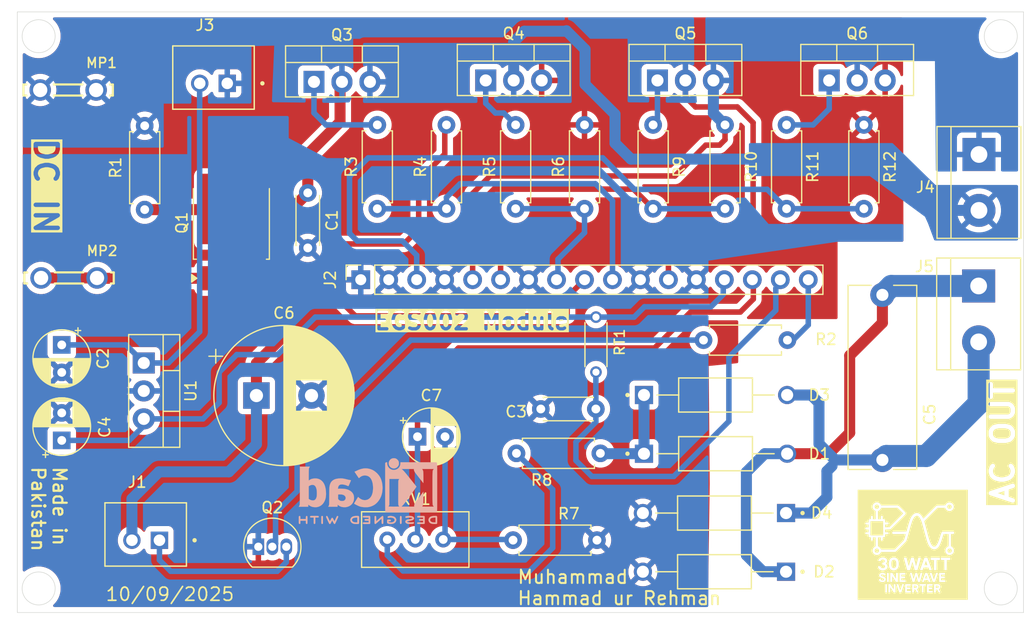
<source format=kicad_pcb>
(kicad_pcb (version 20241229) (generator "pcbnew") (generator_version "9.0")
  (layers (0 "F.Cu" signal) (2 "B.Cu" signal) (13 "F.Paste" user) (15 "B.Paste" user) (5 "F.SilkS" user "F.Silkscreen") (7 "B.SilkS" user "B.Silkscreen") (1 "F.Mask" user) (3 "B.Mask" user) (25 "Edge.Cuts" user))
  (net 0 "")
  (net 1 "+12V")
  (net 2 "GND")
  (net 3 "Net-(U1-VI)")
  (net 4 "Net-(J2-Pin_16)")
  (net 5 "+5V")
  (net 6 "N")
  (net 7 "L")
  (net 8 "VFB")
  (net 9 "Net-(C7-Pad2)")
  (net 10 "Net-(D1-PadC)")
  (net 11 "Net-(Q2-C)")
  (net 12 "1LD")
  (net 13 "TR2")
  (net 14 "3HO")
  (net 15 "1HO")
  (net 16 "2LD")
  (net 17 "Net-(J2-Pin_17)")
  (net 18 "TR1")
  (net 19 "Net-(Q1-D)")
  (net 20 "Net-(Q1-G)")
  (net 21 "Net-(Q2-B)")
  (net 22 "Net-(Q3-G)")
  (net 23 "Net-(Q4-G)")
  (net 24 "Net-(Q5-G)")
  (net 25 "Net-(Q6-G)")
  (net 26 "Net-(R8-Pad2)")
  (footprint "Resistor_THT:R_Axial_DIN0207_L6.3mm_D2.5mm_P7.62mm_Horizontal" (layer "F.Cu") (at 99.824444 81.97 90)
    (property "Reference" "R5" (at 3.81 -2.37 90) (layer "F.SilkS"))
    (property "Value" "10E")
    (pad "1" thru_hole circle (at 0 0 90) (size 1.6 1.6) (drill 0.8) (layers "*.Cu" "*.Mask") (net 16 "2LD"))
    (pad "2" thru_hole oval (at 7.62 0 90) (size 1.6 1.6) (drill 0.8) (layers "*.Cu" "*.Mask") (net 23 "Net-(Q4-G)"))
  )
  (footprint "Capacitor_THT:C_Rect_L16.5mm_W6.0mm_P15.00mm_MKT" (layer "F.Cu") (at 133.13 89.8 -90)
    (property "Reference" "C5" (at 10.87 -4.29 90) (layer "F.SilkS"))
    (property "Value" "2.2uF")
    (pad "1" thru_hole circle (at 0 0 270) (size 2.2 2.2) (drill 1.1) (layers "*.Cu" "*.Mask") (net 7 "L"))
    (pad "2" thru_hole circle (at 15 0 270) (size 2.2 2.2) (drill 1.1) (layers "*.Cu" "*.Mask") (net 6 "N"))
  )
  (footprint "Connector_PinSocket_2.54mm:PinSocket_1x17_P2.54mm_Vertical" (layer "F.Cu") (at 85.76 88.42 90)
    (property "Reference" "J2" (at 0 -2.77 90) (layer "F.SilkS"))
    (property "Value" "EGS002 MODULE")
    (pad "1" thru_hole rect (at 0 0 90) (size 1.7 1.7) (drill 1) (layers "*.Cu" "*.Mask") (net 2 "GND"))
    (pad "2" thru_hole circle (at 0 2.54 90) (size 1.7 1.7) (drill 1) (layers "*.Cu" "*.Mask") (net 2 "GND"))
    (pad "3" thru_hole circle (at 0 5.08 90) (size 1.7 1.7) (drill 1) (layers "*.Cu" "*.Mask") (net 12 "1LD"))
    (pad "4" thru_hole circle (at 0 7.62 90) (size 1.7 1.7) (drill 1) (layers "*.Cu" "*.Mask") (net 2 "GND"))
    (pad "5" thru_hole circle (at 0 10.16 90) (size 1.7 1.7) (drill 1) (layers "*.Cu" "*.Mask") (net 13 "TR2"))
    (pad "6" thru_hole circle (at 0 12.7 90) (size 1.7 1.7) (drill 1) (layers "*.Cu" "*.Mask") (net 15 "1HO"))
    (pad "7" thru_hole circle (at 0 15.24 90) (size 1.7 1.7) (drill 1) (layers "*.Cu" "*.Mask") (net 2 "GND"))
    (pad "8" thru_hole circle (at 0 17.78 90) (size 1.7 1.7) (drill 1) (layers "*.Cu" "*.Mask") (net 16 "2LD"))
    (pad "9" thru_hole circle (at 0 20.32 90) (size 1.7 1.7) (drill 1) (layers "*.Cu" "*.Mask") (net 18 "TR1"))
    (pad "10" thru_hole circle (at 0 22.86 90) (size 1.7 1.7) (drill 1) (layers "*.Cu" "*.Mask") (net 14 "3HO"))
    (pad "11" thru_hole circle (at 0 25.4 90) (size 1.7 1.7) (drill 1) (layers "*.Cu" "*.Mask") (net 2 "GND"))
    (pad "12" thru_hole circle (at 0 27.94 90) (size 1.7 1.7) (drill 1) (layers "*.Cu" "*.Mask") (net 1 "+12V"))
    (pad "13" thru_hole circle (at 0 30.48 90) (size 1.7 1.7) (drill 1) (layers "*.Cu" "*.Mask") (net 2 "GND"))
    (pad "14" thru_hole circle (at 0 33.02 90) (size 1.7 1.7) (drill 1) (layers "*.Cu" "*.Mask") (net 5 "+5V"))
    (pad "15" thru_hole circle (at 0 35.56 90) (size 1.7 1.7) (drill 1) (layers "*.Cu" "*.Mask") (net 8 "VFB"))
    (pad "16" thru_hole circle (at 0 38.1 90) (size 1.7 1.7) (drill 1) (layers "*.Cu" "*.Mask") (net 4 "Net-(J2-Pin_16)"))
    (pad "17" thru_hole circle (at 0 40.64 90) (size 1.7 1.7) (drill 1) (layers "*.Cu" "*.Mask") (net 17 "Net-(J2-Pin_17)"))
  )
  (footprint "TerminalBlock:TerminalBlock_bornier-2_P5.08mm" (layer "F.Cu") (at 141.87 88.99 -90)
    (property "Reference" "J5" (at -1.77 4.92 0) (layer "F.SilkS"))
    (property "Value" "AC/OUT")
    (pad "1" thru_hole rect (at 0 0 270) (size 3 3) (drill 1.52) (layers "*.Cu" "*.Mask") (net 7 "L"))
    (pad "2" thru_hole circle (at 5.08 0 270) (size 3 3) (drill 1.52) (layers "*.Cu" "*.Mask") (net 6 "N"))
  )
  (footprint "Resistor_THT:R_Axial_DIN0207_L6.3mm_D2.5mm_P7.62mm_Horizontal" (layer "F.Cu") (at 112.31 74.35 -90)
    (property "Reference" "R9" (at 3.81 -2.37 90) (layer "F.SilkS"))
    (property "Value" "10E")
    (pad "1" thru_hole circle (at 0 0 270) (size 1.6 1.6) (drill 0.8) (layers "*.Cu" "*.Mask") (net 24 "Net-(Q5-G)"))
    (pad "2" thru_hole oval (at 7.62 0 270) (size 1.6 1.6) (drill 0.8) (layers "*.Cu" "*.Mask") (net 15 "1HO"))
  )
  (footprint "Package_TO_SOT_THT:TO-220-3_Vertical" (layer "F.Cu") (at 112.704 70.31)
    (property "Reference" "Q5" (at 2.54 -4.27 0) (layer "F.SilkS"))
    (property "Value" "IRF3205")
    (pad "1" thru_hole rect (at 0 0) (size 1.905 2) (drill 1.1) (layers "*.Cu" "*.Mask") (net 24 "Net-(Q5-G)"))
    (pad "2" thru_hole oval (at 2.54 0) (size 1.905 2) (drill 1.1) (layers "*.Cu" "*.Mask") (net 1 "+12V"))
    (pad "3" thru_hole oval (at 5.08 0) (size 1.905 2) (drill 1.1) (layers "*.Cu" "*.Mask") (net 13 "TR2"))
  )
  (footprint "Package_TO_SOT_THT:TO-220-3_Vertical" (layer "F.Cu") (at 81.512 70.44)
    (property "Reference" "Q3" (at 2.54 -4.27 0) (layer "F.SilkS"))
    (property "Value" "IRF3205")
    (pad "1" thru_hole rect (at 0 0) (size 1.905 2) (drill 1.1) (layers "*.Cu" "*.Mask") (net 22 "Net-(Q3-G)"))
    (pad "2" thru_hole oval (at 2.54 0) (size 1.905 2) (drill 1.1) (layers "*.Cu" "*.Mask") (net 1 "+12V"))
    (pad "3" thru_hole oval (at 5.08 0) (size 1.905 2) (drill 1.1) (layers "*.Cu" "*.Mask") (net 18 "TR1"))
  )
  (footprint "Package_TO_SOT_THT:TO-220-3_Vertical" (layer "F.Cu") (at 97.108 70.31)
    (property "Reference" "Q4" (at 2.54 -4.27 0) (layer "F.SilkS"))
    (property "Value" "IRF3205")
    (pad "1" thru_hole rect (at 0 0) (size 1.905 2) (drill 1.1) (layers "*.Cu" "*.Mask") (net 23 "Net-(Q4-G)"))
    (pad "2" thru_hole oval (at 2.54 0) (size 1.905 2) (drill 1.1) (layers "*.Cu" "*.Mask") (net 18 "TR1"))
    (pad "3" thru_hole oval (at 5.08 0) (size 1.905 2) (drill 1.1) (layers "*.Cu" "*.Mask") (net 2 "GND"))
  )
  (footprint "Resistor_THT:R_Axial_DIN0207_L6.3mm_D2.5mm_P7.62mm_Horizontal" (layer "F.Cu") (at 124.505 93.91 180)
    (property "Reference" "R2" (at -3.5 0.07 0) (layer "F.SilkS"))
    (property "Value" "1K")
    (pad "1" thru_hole circle (at 0 0 180) (size 1.6 1.6) (drill 0.8) (layers "*.Cu" "*.Mask") (net 17 "Net-(J2-Pin_17)"))
    (pad "2" thru_hole oval (at 7.62 0 180) (size 1.6 1.6) (drill 0.8) (layers "*.Cu" "*.Mask") (net 21 "Net-(Q2-B)"))
  )
  (footprint "LOGO" (layer "F.Cu") (at 135.89 112.51)
    (property "Reference" "G***" (hide yes))
    (property "Value" "LOGO" (hide yes))
  )
  (footprint "Resistor_THT:R_Axial_DIN0207_L6.3mm_D2.5mm_P7.62mm_Horizontal" (layer "F.Cu") (at 93.544444 81.97 90)
    (property "Reference" "R4" (at 3.81 -2.37 90) (layer "F.SilkS"))
    (property "Value" "10K")
    (pad "1" thru_hole circle (at 0 0 90) (size 1.6 1.6) (drill 0.8) (layers "*.Cu" "*.Mask") (net 14 "3HO"))
    (pad "2" thru_hole oval (at 7.62 0 90) (size 1.6 1.6) (drill 0.8) (layers "*.Cu" "*.Mask") (net 18 "TR1"))
  )
  (footprint "Package_TO_SOT_THT:TO-220-3_Vertical" (layer "F.Cu") (at 66.056041 95.99 -90)
    (property "Reference" "U1" (at 2.54 -4.27 90) (layer "F.SilkS"))
    (property "Value" "LM7805_TO220")
    (pad "1" thru_hole rect (at 0 0 270) (size 1.905 2) (drill 1.1) (layers "*.Cu" "*.Mask") (net 3 "Net-(U1-VI)"))
    (pad "2" thru_hole oval (at 2.54 0 270) (size 1.905 2) (drill 1.1) (layers "*.Cu" "*.Mask") (net 2 "GND"))
    (pad "3" thru_hole oval (at 5.08 0 270) (size 1.905 2) (drill 1.1) (layers "*.Cu" "*.Mask") (net 5 "+5V"))
  )
  (footprint "WA-MTAB:WA-MTAB_7471287" (layer "F.Cu") (at 59.27 88.26)
    (property "Reference" "MP2" (at 3 -2.46 0) (layer "F.SilkS") (effects (font (size 0.9 0.9))))
    (property "Value" "-BATT")
    (property "VALUE" "7471287" (hide yes))
    (pad "1" thru_hole circle (at -2.54 0) (size 1.95 1.95) (drill 1.3) (layers "*.Cu" "*.Mask") (net 19 "Net-(Q1-D)"))
    (pad "2" thru_hole circle (at 2.54 0) (size 1.95 1.95) (drill 1.3) (layers "*.Cu" "*.Mask") (net 19 "Net-(Q1-D)"))
  )
  (footprint "B2B-XH-A__LF__SN_:JST_B2B-XH-A__LF__SN_" (layer "F.Cu") (at 72.3875 70.05)
    (property "Reference" "J3" (at -0.775 -4.76 0) (layer "F.SilkS"))
    (property "Value" "Switch")
    (pad "1" thru_hole rect (at 1.25 0.525) (size 1.575 1.575) (drill 1.05) (layers "*.Cu" "*.Mask") (net 1 "+12V"))
    (pad "2" thru_hole circle (at -1.25 0.525) (size 1.575 1.575) (drill 1.05) (layers "*.Cu" "*.Mask") (net 3 "Net-(U1-VI)"))
  )
  (footprint "Resistor_THT:R_Axial_DIN0207_L6.3mm_D2.5mm_P7.62mm_Horizontal" (layer "F.Cu") (at 106.08 81.97 90)
    (property "Reference" "R6" (at 3.81 -2.37 270) (layer "F.SilkS"))
    (property "Value" "10K")
    (pad "1" thru_hole circle (at 0 0 90) (size 1.6 1.6) (drill 0.8) (layers "*.Cu" "*.Mask") (net 16 "2LD"))
    (pad "2" thru_hole oval (at 7.62 0 90) (size 1.6 1.6) (drill 0.8) (layers "*.Cu" "*.Mask") (net 2 "GND"))
  )
  (footprint "Resistor_THT:R_Axial_DIN0207_L6.3mm_D2.5mm_P7.62mm_Horizontal" (layer "F.Cu") (at 107.21 112.09 180)
    (property "Reference" "R7" (at 2.56 2.4 0) (layer "F.SilkS"))
    (property "Value" "100K")
    (pad "1" thru_hole circle (at 0 0 180) (size 1.6 1.6) (drill 0.8) (layers "*.Cu" "*.Mask") (net 2 "GND"))
    (pad "2" thru_hole oval (at 7.62 0 180) (size 1.6 1.6) (drill 0.8) (layers "*.Cu" "*.Mask") (net 9 "Net-(C7-Pad2)"))
  )
  (footprint "Resistor_THT:R_Axial_DIN0207_L6.3mm_D2.5mm_P7.62mm_Horizontal" (layer "F.Cu") (at 66.14 74.43 -90)
    (property "Reference" "R1" (at 3.81 2.64 90) (layer "F.SilkS"))
    (property "Value" "1K")
    (pad "1" thru_hole circle (at 0 0 270) (size 1.6 1.6) (drill 0.8) (layers "*.Cu" "*.Mask") (net 1 "+12V"))
    (pad "2" thru_hole oval (at 7.62 0 270) (size 1.6 1.6) (drill 0.8) (layers "*.Cu" "*.Mask") (net 20 "Net-(Q1-G)"))
  )
  (footprint "FR207G:DIOAD1300W80L670D310" (layer "F.Cu") (at 117.88 114.96 180)
    (property "Reference" "D2" (at -9.95 0 0) (layer "F.SilkS"))
    (property "Value" "FR207G")
    (pad "A" thru_hole circle (at 6.5 0 180) (size 1.65 1.65) (drill 1.1) (layers "*.Cu" "*.Mask") (net 2 "GND"))
    (pad "C" thru_hole rect (at -6.5 0 180) (size 1.65 1.65) (drill 1.1) (layers "*.Cu" "*.Mask") (net 7 "L"))
  )
  (footprint "TerminalBlock:TerminalBlock_bornier-2_P5.08mm" (layer "F.Cu") (at 141.9 77.04 -90)
    (property "Reference" "J4" (at 2.97 4.87 0) (layer "F.SilkS"))
    (property "Value" "TR/IN")
    (pad "1" thru_hole rect (at 0 0 270) (size 3 3) (drill 1.52) (layers "*.Cu" "*.Mask") (net 13 "TR2"))
    (pad "2" thru_hole circle (at 5.08 0 270) (size 3 3) (drill 1.52) (layers "*.Cu" "*.Mask") (net 18 "TR1"))
  )
  (footprint "FR207G:DIOAD1300W80L670D310" (layer "F.Cu") (at 117.88 109.626667 180)
    (property "Reference" "D4" (at -9.73 0 0) (layer "F.SilkS"))
    (property "Value" "FR207G")
    (pad "A" thru_hole circle (at 6.5 0 180) (size 1.65 1.65) (drill 1.1) (layers "*.Cu" "*.Mask") (net 2 "GND"))
    (pad "C" thru_hole rect (at -6.5 0 180) (size 1.65 1.65) (drill 1.1) (layers "*.Cu" "*.Mask") (net 6 "N"))
  )
  (footprint "B2B-XH-A__LF__SN_:JST_B2B-XH-A__LF__SN_" (layer "F.Cu") (at 66.23 111.575)
    (property "Reference" "J1" (at -0.775 -4.76 0) (layer "F.SilkS"))
    (property "Value" "Fan")
    (pad "1" thru_hole rect (at 1.25 0.525) (size 1.575 1.575) (drill 1.05) (layers "*.Cu" "*.Mask") (net 11 "Net-(Q2-C)"))
    (pad "2" thru_hole circle (at -1.25 0.525) (size 1.575 1.575) (drill 1.05) (layers "*.Cu" "*.Mask") (net 1 "+12V"))
  )
  (footprint "Capacitor_THT:CP_Radial_D5.0mm_P2.50mm" (layer "F.Cu") (at 90.914888 102.69)
    (property "Reference" "C7" (at 1.25 -3.75 0) (layer "F.SilkS"))
    (property "Value" "10u")
    (pad "1" thru_hole rect (at 0 0) (size 1.6 1.6) (drill 0.8) (layers "*.Cu" "*.Mask") (net 8 "VFB"))
    (pad "2" thru_hole circle (at 2.5 0) (size 1.6 1.6) (drill 0.8) (layers "*.Cu" "*.Mask") (net 9 "Net-(C7-Pad2)"))
  )
  (footprint "Resistor_THT:R_Axial_DIN0207_L6.3mm_D2.5mm_P7.62mm_Horizontal" (layer "F.Cu") (at 107.52 104.2 180)
    (property "Reference" "R8" (at 5.33 -2.43 180) (layer "F.SilkS"))
    (property "Value" "100K")
    (pad "1" thru_hole circle (at 0 0 180) (size 1.6 1.6) (drill 0.8) (layers "*.Cu" "*.Mask") (net 10 "Net-(D1-PadC)"))
    (pad "2" thru_hole oval (at 7.62 0 180) (size 1.6 1.6) (drill 0.8) (layers "*.Cu" "*.Mask") (net 26 "Net-(R8-Pad2)"))
  )
  (footprint "WA-MTAB:WA-MTAB_7471287" (layer "F.Cu") (at 59.19 71.18)
    (property "Reference" "MP1" (at 3.03 -2.46 0) (layer "F.SilkS") (effects (font (size 0.9 0.9))))
    (property "Value" "+BATT")
    (property "VALUE" "7471287" (hide yes))
    (pad "1" thru_hole circle (at -2.54 0) (size 1.95 1.95) (drill 1.3) (layers "*.Cu" "*.Mask") (net 1 "+12V"))
    (pad "2" thru_hole circle (at 2.54 0) (size 1.95 1.95) (drill 1.3) (layers "*.Cu" "*.Mask") (net 1 "+12V"))
  )
  (footprint "Resistor_THT:R_Axial_DIN0207_L6.3mm_D2.5mm_P7.62mm_Horizontal" (layer "F.Cu") (at 118.84 74.35 -90)
    (property "Reference" "R10" (at 3.81 -2.37 90) (layer "F.SilkS"))
    (property "Value" "10K")
    (pad "1" thru_hole circle (at 0 0 270) (size 1.6 1.6) (drill 0.8) (layers "*.Cu" "*.Mask") (net 13 "TR2"))
    (pad "2" thru_hole oval (at 7.62 0 270) (size 1.6 1.6) (drill 0.8) (layers "*.Cu" "*.Mask") (net 15 "1HO"))
  )
  (footprint "Capacitor_THT:CP_Radial_D5.0mm_P2.50mm" (layer "F.Cu") (at 58.606041 103.025113 90)
    (property "Reference" "C4" (at 1.205113 3.9 90) (layer "F.SilkS"))
    (property "Value" "1uF")
    (pad "1" thru_hole rect (at 0 0 90) (size 1.6 1.6) (drill 0.8) (layers "*.Cu" "*.Mask") (net 5 "+5V"))
    (pad "2" thru_hole circle (at 2.5 0 90) (size 1.6 1.6) (drill 0.8) (layers "*.Cu" "*.Mask") (net 2 "GND"))
  )
  (footprint "Capacitor_THT:CP_Radial_D12.5mm_P5.00mm" (layer "F.Cu") (at 76.286041 98.95)
    (property "Reference" "C6" (at 2.5 -7.5 0) (layer "F.SilkS"))
    (property "Value" "2200uF")
    (pad "1" thru_hole rect (at 0 0) (size 2.4 2.4) (drill 1.2) (layers "*.Cu" "*.Mask") (net 1 "+12V"))
    (pad "2" thru_hole circle (at 5 0) (size 2.4 2.4) (drill 1.2) (layers "*.Cu" "*.Mask") (net 2 "GND"))
  )
  (footprint "FR207G:DIOAD1300W80L670D310" (layer "F.Cu") (at 117.98 104.233333)
    (property "Reference" "D1" (at 9.43 0.01 0) (layer "F.SilkS"))
    (property "Value" "FR207G")
    (pad "A" thru_hole circle (at 6.5 0) (size 1.65 1.65) (drill 1.1) (layers "*.Cu" "*.Mask") (net 7 "L"))
    (pad "C" thru_hole rect (at -6.5 0) (size 1.65 1.65) (drill 1.1) (layers "*.Cu" "*.Mask") (net 10 "Net-(D1-PadC)"))
  )
  (footprint "Package_TO_SOT_SMD:TO-252-2" (layer "F.Cu") (at 74.0125 83.25 90)
    (property "Reference" "Q1" (at 0 -4.5 90) (layer "F.SilkS"))
    (property "Value" "NMOS")
    (pad "1" smd roundrect (at -5.04 -2.28 90) (size 2.2 1.2) (layers "F.Cu" "F.Mask" "F.Paste") (roundrect_rratio 0.208333) (net 19 "Net-(Q1-D)"))
    (pad "2" smd roundrect (at 1.26 0 90) (size 6.4 5.8) (layers "F.Cu" "F.Mask") (roundrect_rratio 0.043103) (net 20 "Net-(Q1-G)"))
    (pad "3" smd roundrect (at -5.04 2.28 90) (size 2.2 1.2) (layers "F.Cu" "F.Mask" "F.Paste") (roundrect_rratio 0.208333) (net 2 "GND"))
  )
  (footprint "Capacitor_THT:CP_Radial_D5.0mm_P2.50mm" (layer "F.Cu") (at 58.606041 94.344888 -90)
    (property "Reference" "C2" (at 1.25 -3.75 90) (layer "F.SilkS"))
    (property "Value" "1uF")
    (pad "1" thru_hole rect (at 0 0 270) (size 1.6 1.6) (drill 0.8) (layers "*.Cu" "*.Mask") (net 3 "Net-(U1-VI)"))
    (pad "2" thru_hole circle (at 2.5 0 270) (size 1.6 1.6) (drill 0.8) (layers "*.Cu" "*.Mask") (net 2 "GND"))
  )
  (footprint "Capacitor_THT:C_Disc_D4.3mm_W1.9mm_P5.00mm" (layer "F.Cu") (at 80.95 80.53 -90)
    (property "Reference" "C1" (at 2.5 -2.2 90) (layer "F.SilkS"))
    (property "Value" "0.1uF")
    (pad "1" thru_hole circle (at 0 0 270) (size 1.6 1.6) (drill 0.8) (layers "*.Cu" "*.Mask") (net 1 "+12V"))
    (pad "2" thru_hole circle (at 5 0 270) (size 1.6 1.6) (drill 0.8) (layers "*.Cu" "*.Mask") (net 2 "GND"))
  )
  (footprint "Capacitor_THT:C_Disc_D4.3mm_W1.9mm_P5.00mm" (layer "F.Cu") (at 107.11 100.17 180)
    (property "Reference" "C3" (at 7.24 -0.25 0) (layer "F.SilkS"))
    (property "Value" "0.1u")
    (pad "1" thru_hole circle (at 0 0 180) (size 1.6 1.6) (drill 0.8) (layers "*.Cu" "*.Mask") (net 4 "Net-(J2-Pin_16)"))
    (pad "2" thru_hole circle (at 5 0 180) (size 1.6 1.6) (drill 0.8) (layers "*.Cu" "*.Mask") (net 2 "GND"))
  )
  (footprint "FR207G:DIOAD1300W80L670D310" (layer "F.Cu") (at 117.98 98.9)
    (property "Reference" "D3" (at 9.42 0 0) (layer "F.SilkS"))
    (property "Value" "FR207G")
    (pad "A" thru_hole circle (at 6.5 0) (size 1.65 1.65) (drill 1.1) (layers "*.Cu" "*.Mask") (net 6 "N"))
    (pad "C" thru_hole rect (at -6.5 0) (size 1.65 1.65) (drill 1.1) (layers "*.Cu" "*.Mask") (net 10 "Net-(D1-PadC)"))
  )
  (footprint "Potentiometer_THT:Potentiometer_Bourns_3296W_Vertical" (layer "F.Cu") (at 93.25 112.03)
    (property "Reference" "RV1" (at -2.54 -3.66 0) (layer "F.SilkS"))
    (property "Value" "10K")
    (pad "1" thru_hole circle (at 0 0) (size 1.44 1.44) (drill 0.8) (layers "*.Cu" "*.Mask") (net 9 "Net-(C7-Pad2)"))
    (pad "2" thru_hole circle (at -2.54 0) (size 1.44 1.44) (drill 0.8) (layers "*.Cu" "*.Mask") (net 8 "VFB"))
    (pad "3" thru_hole circle (at -5.08 0) (size 1.44 1.44) (drill 0.8) (layers "*.Cu" "*.Mask") (net 26 "Net-(R8-Pad2)"))
  )
  (footprint "Resistor_THT:R_Axial_DIN0207_L6.3mm_D2.5mm_P7.62mm_Horizontal" (layer "F.Cu") (at 87.264444 81.97 90)
    (property "Reference" "R3" (at 3.81 -2.37 90) (layer "F.SilkS"))
    (property "Value" "10E")
    (pad "1" thru_hole circle (at 0 0 90) (size 1.6 1.6) (drill 0.8) (layers "*.Cu" "*.Mask") (net 14 "3HO"))
    (pad "2" thru_hole oval (at 7.62 0 90) (size 1.6 1.6) (drill 0.8) (layers "*.Cu" "*.Mask") (net 22 "Net-(Q3-G)"))
  )
  (footprint "Resistor_THT:R_Axial_DIN0207_L6.3mm_D2.5mm_P7.62mm_Horizontal" (layer "F.Cu") (at 124.43 74.35 -90)
    (property "Reference" "R11" (at 3.81 -2.37 90) (layer "F.SilkS"))
    (property "Value" "10E")
    (pad "1" thru_hole circle (at 0 0 270) (size 1.6 1.6) (drill 0.8) (layers "*.Cu" "*.Mask") (net 25 "Net-(Q6-G)"))
    (pad "2" thru_hole oval (at 7.62 0 270) (size 1.6 1.6) (drill 0.8) (layers "*.Cu" "*.Mask") (net 12 "1LD"))
  )
  (footprint "Resistor_THT:R_Axial_DIN0207_L6.3mm_D2.5mm_P7.62mm_Horizontal" (layer "F.Cu") (at 131.45 74.35 -90)
    (property "Reference" "R12" (at 3.81 -2.37 90) (layer "F.SilkS"))
    (property "Value" "10K")
    (pad "1" thru_hole circle (at 0 0 270) (size 1.6 1.6) (drill 0.8) (layers "*.Cu" "*.Mask") (net 2 "GND"))
    (pad "2" thru_hole oval (at 7.62 0 270) (size 1.6 1.6) (drill 0.8) (layers "*.Cu" "*.Mask") (net 12 "1LD"))
  )
  (footprint "Package_TO_SOT_THT:TO-92_Inline" (layer "F.Cu") (at 76.46 112.69)
    (property "Reference" "Q2" (at 1.27 -3.56 0) (layer "F.SilkS"))
    (property "Value" "S8050")
    (pad "1" thru_hole rect (at 0 0) (size 1.05 1.5) (drill 0.75) (layers "*.Cu" "*.Mask") (net 2 "GND"))
    (pad "2" thru_hole oval (at 1.27 0) (size 1.05 1.5) (drill 0.75) (layers "*.Cu" "*.Mask") (net 21 "Net-(Q2-B)"))
    (pad "3" thru_hole oval (at 2.54 0) (size 1.05 1.5) (drill 0.75) (layers "*.Cu" "*.Mask") (net 11 "Net-(Q2-C)"))
  )
  (footprint "Package_TO_SOT_THT:TO-220-3_Vertical" (layer "F.Cu") (at 128.3 70.31)
    (property "Reference" "Q6" (at 2.54 -4.27 0) (layer "F.SilkS"))
    (property "Value" "IRF3205")
    (pad "1" thru_hole rect (at 0 0) (size 1.905 2) (drill 1.1) (layers "*.Cu" "*.Mask") (net 25 "Net-(Q6-G)"))
    (pad "2" thru_hole oval (at 2.54 0) (size 1.905 2) (drill 1.1) (layers "*.Cu" "*.Mask") (net 13 "TR2"))
    (pad "3" thru_hole oval (at 5.08 0) (size 1.905 2) (drill 1.1) (layers "*.Cu" "*.Mask") (net 2 "GND"))
  )
  (footprint "NXRT15WB333JA3A016:THERM_NXRT15WB333JA3A016" (layer "F.Cu") (at 107.12 94.32 -90)
    (property "Reference" "RT1" (at -0.218 -2.15 90) (layer "F.SilkS") (effects (font (size 0.9 0.9))))
    (property "Value" "10K")
    (pad "1" thru_hole circle (at -2.5 0 270) (size 1.05 1.05) (drill 0.65) (layers "*.Cu" "*.Mask") (net 5 "+5V"))
    (pad "2" thru_hole circle (at 2.5 0 270) (size 1.05 1.05) (drill 0.65) (layers "*.Cu" "*.Mask") (net 4 "Net-(J2-Pin_16)"))
  )
  (footprint "Symbol:KiCad-Logo2_5mm_SilkScreen" (layer "B.Cu") (at 86.42 107.62 180)
    (property "Reference" "REF**" (hide yes))
    (property "Value" "KiCad-Logo2_5mm_SilkScreen" (hide yes))
  )
  (gr_circle (center 143.88 66.29) (end 145.38 66.29) (stroke (width 0.05)) (fill no) (layer "Edge.Cuts"))
  (gr_circle (center 143.88 116.48) (end 145.38 116.48) (stroke (width 0.05)) (fill no) (layer "Edge.Cuts"))
  (gr_circle (center 56.51 116.48) (end 58.01 116.48) (stroke (width 0.05)) (fill no) (layer "Edge.Cuts"))
  (gr_rect (start 54.57 64.08) (end 145.95 118.67) (stroke (width 0.05)) (fill no) (layer "Edge.Cuts"))
  (gr_circle (center 56.51 66.29) (end 58.01 66.29) (stroke (width 0.05)) (fill no) (layer "Edge.Cuts"))
  (gr_text "AC OUT" (at 145.24 108.94 90) (layer "F.SilkS" knockout) (effects (font (size 2 2) (thickness 0.4) (bold yes)) (justify left bottom)))
  (gr_text "Made in\nPakistan" (at 55.77 105.3 270) (layer "F.SilkS") (effects (font (size 1.2 1.2) (thickness 0.2) (bold yes)) (justify left bottom)))
  (gr_text "Muhammad\nHammad ur Rehman" (at 99.9 118.07 0) (layer "F.SilkS") (effects (font (size 1.2 1.2) (thickness 0.18)) (justify left bottom)))
  (gr_text "DC IN" (at 55.98 75.35 270) (layer "F.SilkS" knockout) (effects (font (size 2 2) (thickness 0.4) (bold yes)) (justify left bottom)))
  (gr_text "10/09/2025" (at 62.51 117.71 0) (layer "F.SilkS") (effects (font (size 1.2 1.2)) (justify left bottom)))
  (gr_text "EGS002 Module" (at 86.86 93.08 0) (layer "F.SilkS" knockout) (effects (font (size 1.5 1.5) (thickness 0.3) (bold yes)) (justify left bottom)))
  (segment (start 115.244 70.31) (end 115.244 71.804) (width 0.5) (layer "F.Cu") (net 1))
  (segment (start 76.286041 96.013959) (end 76.286041 98.95) (width 1) (layer "F.Cu") (net 1))
  (segment (start 78.77 82.71) (end 78.77 93.53) (width 1) (layer "F.Cu") (net 1))
  (segment (start 83.88 74.09) (end 80.95 77.02) (width 1) (layer "F.Cu") (net 1))
  (segment (start 121.39 74.15) (end 121.39 84.02) (width 0.5) (layer "F.Cu") (net 1))
  (segment (start 115.34 85.22) (end 113.7 86.86) (width 0.5) (layer "F.Cu") (net 1))
  (segment (start 84.052 70.44) (end 83.88 70.612) (width 1) (layer "F.Cu") (net 1))
  (segment (start 120.19 85.22) (end 115.34 85.22) (width 0.5) (layer "F.Cu") (net 1))
  (segment (start 80.95 77.02) (end 80.95 80.53) (width 1) (layer "F.Cu") (net 1))
  (segment (start 116.16 72.72) (end 119.96 72.72) (width 0.5) (layer "F.Cu") (net 1))
  (segment (start 83.88 70.612) (end 83.88 74.09) (width 1) (layer "F.Cu") (net 1))
  (segment (start 113.7 86.86) (end 113.7 88.42) (width 0.5) (layer "F.Cu") (net 1))
  (segment (start 78.77 93.53) (end 76.286041 96.013959) (width 1) (layer "F.Cu") (net 1))
  (segment (start 80.95 80.53) (end 78.77 82.71) (width 1) (layer "F.Cu") (net 1))
  (segment (start 121.39 84.02) (end 120.19 85.22) (width 0.5) (layer "F.Cu") (net 1))
  (segment (start 119.96 72.72) (end 121.39 74.15) (width 0.5) (layer "F.Cu") (net 1))
  (segment (start 115.244 71.804) (end 116.16 72.72) (width 0.5) (layer "F.Cu") (net 1))
  (segment (start 67.44 105.88) (end 64.98 108.34) (width 1) (layer "B.Cu") (net 1))
  (segment (start 76.286041 98.95) (end 76.286041 103.373959) (width 1) (layer "B.Cu") (net 1))
  (segment (start 73.78 105.88) (end 67.44 105.88) (width 1) (layer "B.Cu") (net 1))
  (segment (start 64.98 108.34) (end 64.98 112.1) (width 1) (layer "B.Cu") (net 1))
  (segment (start 76.286041 103.373959) (end 73.78 105.88) (width 1) (layer "B.Cu") (net 1))
  (segment (start 64.44 94.34) (end 64.435112 94.344888) (width 0.5) (layer "B.Cu") (net 3))
  (segment (start 66.056041 95.956041) (end 64.44 94.34) (width 0.5) (layer "B.Cu") (net 3))
  (segment (start 66.056041 95.99) (end 66.056041 95.956041) (width 0.5) (layer "B.Cu") (net 3))
  (segment (start 66.056041 95.99) (end 68.29 95.99) (width 0.5) (layer "B.Cu") (net 3))
  (segment (start 71.13 70.5825) (end 71.1375 70.575) (width 0.5) (layer "B.Cu") (net 3))
  (segment (start 64.435112 94.344888) (end 58.606041 94.344888) (width 0.5) (layer "B.Cu") (net 3))
  (segment (start 68.29 95.99) (end 71.13 93.15) (width 0.5) (layer "B.Cu") (net 3))
  (segment (start 71.13 93.15) (end 71.13 70.5825) (width 0.5) (layer "B.Cu") (net 3))
  (segment (start 119.19 95.46) (end 123.45 91.2) (width 0.5) (layer "B.Cu") (net 4))
  (segment (start 105.3 104.85) (end 106.75 106.3) (width 0.5) (layer "B.Cu") (net 4))
  (segment (start 106.75 106.3) (end 114.18 106.3) (width 0.5) (layer "B.Cu") (net 4))
  (segment (start 105.3 103.17) (end 105.3 104.85) (width 0.5) (layer "B.Cu") (net 4))
  (segment (start 107.11 100.17) (end 107.11 101.36) (width 0.5) (layer "B.Cu") (net 4))
  (segment (start 107.11 101.36) (end 105.3 103.17) (width 0.5) (layer "B.Cu") (net 4))
  (segment (start 107.11 96.83) (end 107.12 96.82) (width 0.5) (layer "B.Cu") (net 4))
  (segment (start 123.45 91.2) (end 123.45 89.2) (width 0.5) (layer "B.Cu") (net 4))
  (segment (start 114.18 106.3) (end 119.19 101.29) (width 0.5) (layer "B.Cu") (net 4))
  (segment (start 107.11 100.17) (end 107.11 96.83) (width 0.5) (layer "B.Cu") (net 4))
  (segment (start 119.19 101.29) (end 119.19 95.46) (width 0.5) (layer "B.Cu") (net 4))
  (segment (start 107.12 91.82) (end 110.58 91.82) (width 0.5) (layer "B.Cu") (net 5))
  (segment (start 110.58 91.82) (end 111.52 90.88) (width 0.5) (layer "B.Cu") (net 5))
  (segment (start 64.73 103.03) (end 64.725113 103.025113) (width 0.5) (layer "B.Cu") (net 5))
  (segment (start 66.056041 101.703959) (end 64.73 103.03) (width 0.5) (layer "B.Cu") (net 5))
  (segment (start 78.22 95.23) (end 81.63 91.82) (width 0.5) (layer "B.Cu") (net 5))
  (segment (start 118.68 89.76) (end 118.68 88.52) (width 0.5) (layer "B.Cu") (net 5))
  (segment (start 66.056041 101.07) (end 71.43 101.07) (width 0.5) (layer "B.Cu") (net 5))
  (segment (start 111.52 90.88) (end 117.56 90.88) (width 0.5) (layer "B.Cu") (net 5))
  (segment (start 117.56 90.88) (end 118.68 89.76) (width 0.5) (layer "B.Cu") (net 5))
  (segment (start 72.9 99.6) (end 72.9 96.83) (width 0.5) (layer "B.Cu") (net 5))
  (segment (start 72.9 96.83) (end 74.5 95.23) (width 0.5) (layer "B.Cu") (net 5))
  (segment (start 66.056041 101.07) (end 66.056041 101.703959) (width 0.5) (layer "B.Cu") (net 5))
  (segment (start 64.725113 103.025113) (end 58.606041 103.025113) (width 0.5) (layer "B.Cu") (net 5))
  (segment (start 71.43 101.07) (end 72.9 99.6) (width 0.5) (layer "B.Cu") (net 5))
  (segment (start 81.63 91.82) (end 107.12 91.82) (width 0.5) (layer "B.Cu") (net 5))
  (segment (start 74.5 95.23) (end 78.22 95.23) (width 0.5) (layer "B.Cu") (net 5))
  (segment (start 118.68 88.52) (end 118.78 88.42) (width 0.5) (layer "B.Cu") (net 5))
  (segment (start 128.84 104.8) (end 133.13 104.8) (width 1) (layer "B.Cu") (net 6))
  (segment (start 141.87 99.68) (end 137.11 104.44) (width 2) (layer "B.Cu") (net 6))
  (segment (start 127.37 99.61) (end 127.37 103.33) (width 1) (layer "B.Cu") (net 6))
  (segment (start 124.38 109.626667) (end 126.653333 109.626667) (width 1) (layer "B.Cu") (net 6))
  (segment (start 128.09 105.82) (end 128.56 105.35) (width 1) (layer "B.Cu") (net 6))
  (segment (start 124.48 98.9) (end 126.66 98.9) (width 1) (layer "B.Cu") (net 6))
  (segment (start 141.87 94.07) (end 141.87 99.68) (width 2) (layer "B.Cu") (net 6))
  (segment (start 128.09 108.19) (end 128.09 105.82) (width 1) (layer "B.Cu") (net 6))
  (segment (start 127.37 103.33) (end 128.84 104.8) (width 1) (layer "B.Cu") (net 6))
  (segment (start 133.49 104.44) (end 133.13 104.8) (width 2) (layer "B.Cu") (net 6))
  (segment (start 126.653333 109.626667) (end 128.09 108.19) (width 1) (layer "B.Cu") (net 6))
  (segment (start 137.11 104.44) (end 133.49 104.44) (width 2) (layer "B.Cu") (net 6))
  (segment (start 126.66 98.9) (end 127.37 99.61) (width 1) (layer "B.Cu") (net 6))
  (segment (start 133.13 92.34) (end 133.13 89.8) (width 1) (layer "F.Cu") (net 7))
  (segment (start 124.48 104.233333) (end 128.266667 104.233333) (width 1) (layer "F.Cu") (net 7))
  (segment (start 128.266667 104.233333) (end 130.16 102.34) (width 1) (layer "F.Cu") (net 7))
  (segment (start 130.16 102.34) (end 130.16 95.31) (width 1) (layer "F.Cu") (net 7))
  (segment (start 130.16 95.31) (end 133.13 92.34) (width 1) (layer "F.Cu") (net 7))
  (segment (start 122.450917 104.233333) (end 120.78 105.90425) (width 1) (layer "B.Cu") (net 7))
  (segment (start 133.94 88.99) (end 133.13 89.8) (width 2) (layer "B.Cu") (net 7))
  (segment (start 120.78 113.45) (end 122.29 114.96) (width 1) (layer "B.Cu") (net 7))
  (segment (start 141.87 88.99) (end 133.94 88.99) (width 2) (layer "B.Cu") (net 7))
  (segment (start 122.29 114.96) (end 124.38 114.96) (width 1) (layer "B.Cu") (net 7))
  (segment (start 124.48 104.233333) (end 122.450917 104.233333) (width 1) (layer "B.Cu") (net 7))
  (segment (start 120.78 105.90425) (end 120.78 113.45) (width 1) (layer "B.Cu") (net 7))
  (segment (start 120.23 91.36) (end 121.41 90.18) (width 0.5) (layer "F.Cu") (net 8))
  (segment (start 90.914888 102.69) (end 90.914888 98.345112) (width 0.5) (layer "F.Cu") (net 8))
  (segment (start 121.41 88.51) (end 121.32 88.42) (width 0.5) (layer "F.Cu") (net 8))
  (segment (start 90.914888 98.345112) (end 94.63 94.63) (width 0.5) (layer "F.Cu") (net 8))
  (segment (start 94.63 94.63) (end 112.44 94.63) (width 0.5) (layer "F.Cu") (net 8))
  (segment (start 121.41 90.18) (end 121.41 88.51) (width 0.5) (layer "F.Cu") (net 8))
  (segment (start 112.44 94.63) (end 115.71 91.36) (width 0.5) (layer "F.Cu") (net 8))
  (segment (start 115.71 91.36) (end 120.23 91.36) (width 0.5) (layer "F.Cu") (net 8))
  (segment (start 90.914888 102.69) (end 90.914888 111.825112) (width 0.5) (layer "B.Cu") (net 8))
  (segment (start 90.914888 111.825112) (end 90.71 112.03) (width 0.5) (layer "B.Cu") (net 8))
  (segment (start 93.414888 111.865112) (end 93.25 112.03) (width 0.5) (layer "B.Cu") (net 9))
  (segment (start 93.414888 102.69) (end 93.414888 111.865112) (width 0.5) (layer "B.Cu") (net 9))
  (segment (start 99.53 112.03) (end 93.25 112.03) (width 0.5) (layer "B.Cu") (net 9))
  (segment (start 99.59 112.09) (end 99.53 112.03) (width 0.5) (layer "B.Cu") (net 9))
  (segment (start 107.553333 104.233333) (end 107.52 104.2) (width 1) (layer "B.Cu") (net 10))
  (segment (start 111.48 104.233333) (end 107.553333 104.233333) (width 1) (layer "B.Cu") (net 10))
  (segment (start 111.48 98.9) (end 111.48 104.233333) (width 1) (layer "B.Cu") (net 10))
  (segment (start 78.17 114.92) (end 79 114.09) (width 0.5) (layer "B.Cu") (net 11))
  (segment (start 79 114.09) (end 79 112.69) (width 0.5) (layer "B.Cu") (net 11))
  (segment (start 67.48 113.9) (end 68.5 114.92) (width 0.5) (layer "B.Cu") (net 11))
  (segment (start 68.5 114.92) (end 78.17 114.92) (width 0.5) (layer "B.Cu") (net 11))
  (segment (start 67.48 112.1) (end 67.48 113.9) (width 0.5) (layer "B.Cu") (net 11))
  (segment (start 131.45 81.97) (end 124.43 81.97) (width 0.5) (layer "B.Cu") (net 12))
  (segment (start 85.44 84.9) (end 84.74 84.2) (width 0.5) (layer "B.Cu") (net 12))
  (segment (start 84.74 84.2) (end 84.74 79.04) (width 0.5) (layer "B.Cu") (net 12))
  (segment (start 110.6 80.21) (end 122.67 80.21) (width 0.5) (layer "B.Cu") (net 12))
  (segment (start 107.74 77.35) (end 110.6 80.21) (width 0.5) (layer "B.Cu") (net 12))
  (segment (start 122.67 80.21) (end 124.43 81.97) (width 0.5) (layer "B.Cu") (net 12))
  (segment (start 89.54 84.9) (end 85.44 84.9) (width 0.5) (layer "B.Cu") (net 12))
  (segment (start 90.84 88.42) (end 90.84 86.2) (width 0.5) (layer "B.Cu") (net 12))
  (segment (start 84.74 79.04) (end 86.43 77.35) (width 0.5) (layer "B.Cu") (net 12))
  (segment (start 86.43 77.35) (end 107.74 77.35) (width 0.5) (layer "B.Cu") (net 12))
  (segment (start 90.84 86.2) (end 89.54 84.9) (width 0.5) (layer "B.Cu") (net 12))
  (segment (start 118.34 76.19) (end 118.84 75.69) (width 0.5) (layer "F.Cu") (net 13))
  (segment (start 117.09 76.19) (end 118.34 76.19) (width 0.5) (layer "F.Cu") (net 13))
  (segment (start 114.29 78.99) (end 117.09 76.19) (width 0.5) (layer "F.Cu") (net 13))
  (segment (start 118.84 75.69) (end 118.84 74.35) (width 0.5) (layer "F.Cu") (net 13))
  (segment (start 97.51 78.99) (end 114.29 78.99) (width 0.5) (layer "F.Cu") (net 13))
  (segment (start 95.92 80.58) (end 97.51 78.99) (width 0.5) (layer "F.Cu") (net 13))
  (segment (start 95.92 88.42) (end 95.92 80.58) (width 0.5) (layer "F.Cu") (net 13))
  (segment (start 117.784 70.31) (end 117.784 73.294) (width 1) (layer "B.Cu") (net 13))
  (segment (start 117.784 73.294) (end 118.84 74.35) (width 1) (layer "B.Cu") (net 13))
  (segment (start 108.62 81.25) (end 108.62 88.42) (width 0.5) (layer "B.Cu") (net 14))
  (segment (start 107.07 79.7) (end 108.62 81.25) (width 0.5) (layer "B.Cu") (net 14))
  (segment (start 93.544444 81.97) (end 93.544444 80.935556) (width 0.5) (layer "B.Cu") (net 14))
  (segment (start 93.544444 81.97) (end 87.264444 81.97) (width 0.5) (layer "B.Cu") (net 14))
  (segment (start 94.78 79.7) (end 107.07 79.7) (width 0.5) (layer "B.Cu") (net 14))
  (segment (start 93.544444 80.935556) (end 94.78 79.7) (width 0.5) (layer "B.Cu") (net 14))
  (segment (start 110.53 80.19) (end 97.85 80.19) (width 0.5) (layer "F.Cu") (net 15))
  (segment (start 97.01 83.85) (end 98.44 85.28) (width 0.5) (layer "F.Cu") (net 15))
  (segment (start 97.01 81.03) (end 97.01 83.85) (width 0.5) (layer "F.Cu") (net 15))
  (segment (start 98.44 86.36) (end 98.46 86.38) (width 0.5) (layer "F.Cu") (net 15))
  (segment (start 112.31 81.97) (end 110.53 80.19) (width 0.5) (layer "F.Cu") (net 15))
  (segment (start 98.44 85.28) (end 98.44 86.36) (width 0.5) (layer "F.Cu") (net 15))
  (segment (start 98.46 86.38) (end 98.46 88.42) (width 0.5) (layer "F.Cu") (net 15))
  (segment (start 97.85 80.19) (end 97.01 81.03) (width 0.5) (layer "F.Cu") (net 15))
  (segment (start 118.84 81.97) (end 112.31 81.97) (width 0.5) (layer "B.Cu") (net 15))
  (segment (start 103.67 88.29) (end 103.54 88.42) (width 0.5) (layer "B.Cu") (net 16))
  (segment (start 106.08 81.97) (end 99.824444 81.97) (width 0.5) (layer "B.Cu") (net 16))
  (segment (start 103.67 86.56) (end 103.67 88.29) (width 0.5) (layer "B.Cu") (net 16))
  (segment (start 106.08 81.97) (end 106.08 84.15) (width 0.5) (layer "B.Cu") (net 16))
  (segment (start 106.08 84.15) (end 103.67 86.56) (width 0.5) (layer "B.Cu") (net 16))
  (segment (start 126.4 92.53) (end 126.4 88.42) (width 0.5) (layer "B.Cu") (net 17))
  (segment (start 124.505 93.91) (end 125.02 93.91) (width 0.5) (layer "B.Cu") (net 17))
  (segment (start 125.02 93.91) (end 126.4 92.53) (width 0.5) (layer "B.Cu") (net 17))
  (segment (start 93.39 74.504444) (end 93.39 77) (width 0.5) (layer "F.Cu") (net 18))
  (segment (start 89.67 85.17) (end 84 85.17) (width 0.5) (layer "F.Cu") (net 18))
  (segment (start 85.27 91.71) (end 104.5 91.71) (width 0.5) (layer "F.Cu") (net 18))
  (segment (start 91.02 83.82) (end 89.67 85.17) (width 0.5) (layer "F.Cu") (net 18))
  (segment (start 84 85.17) (end 83.13 86.04) (width 0.5) (layer "F.Cu") (net 18))
  (segment (start 83.13 89.57) (end 85.27 91.71) (width 0.5) (layer "F.Cu") (net 18))
  (segment (start 104.5 91.71) (end 104.5 90) (width 0.5) (layer "F.Cu") (net 18))
  (segment (start 93.39 77) (end 91.02 79.37) (width 0.5) (layer "F.Cu") (net 18))
  (segment (start 91.02 79.37) (end 91.02 83.82) (width 0.5) (layer "F.Cu") (net 18))
  (segment (start 93.544444 74.35) (end 93.39 74.504444) (width 0.5) (layer "F.Cu") (net 18))
  (segment (start 83.13 86.04) (end 83.13 89.57) (width 0.5) (layer "F.Cu") (net 18))
  (segment (start 104.5 90) (end 106.08 88.42) (width 0.5) (layer "F.Cu") (net 18))
  (segment (start 104.4 65.84) (end 104.44 65.8) (width 1) (layer "B.Cu") (net 18))
  (segment (start 100.61 65.84) (end 104.4 65.84) (width 1) (layer "B.Cu") (net 18))
  (segment (start 108.85 73.39) (end 108.85 76.01) (width 1) (layer "B.Cu") (net 18))
  (segment (start 106.13 67.49) (end 106.13 70.67) (width 1) (layer "B.Cu") (net 18))
  (segment (start 106.13 70.67) (end 108.85 73.39) (width 1) (layer "B.Cu") (net 18))
  (segment (start 110.3 77.46) (end 132.79 77.46) (width 1) (layer "B.Cu") (net 18))
  (segment (start 104.44 65.8) (end 106.13 67.49) (width 1) (layer "B.Cu") (net 18))
  (segment (start 108.85 76.01) (end 110.3 77.46) (width 1) (layer "B.Cu") (net 18))
  (segment (start 137.45 82.12) (end 141.9 82.12) (width 1) (layer "B.Cu") (net 18))
  (segment (start 99.648 66.802) (end 100.61 65.84) (width 1) (layer "B.Cu") (net 18))
  (segment (start 132.79 77.46) (end 137.45 82.12) (width 1) (layer "B.Cu") (net 18))
  (segment (start 99.648 70.31) (end 99.648 66.802) (width 1) (layer "B.Cu") (net 18))
  (segment (start 61.81 88.26) (end 56.73 88.26) (width 1) (layer "F.Cu") (net 19))
  (segment (start 71.7325 88.29) (end 61.84 88.29) (width 1) (layer "F.Cu") (net 19))
  (segment (start 61.84 88.29) (end 61.81 88.26) (width 1) (layer "F.Cu") (net 19))
  (segment (start 66.14 82.05) (end 73.9525 82.05) (width 1) (layer "F.Cu") (net 20))
  (segment (start 73.9525 82.05) (end 74.0125 81.99) (width 1) (layer "F.Cu") (net 20))
  (segment (start 79.98 104.23) (end 90.3 93.91) (width 0.5) (layer "B.Cu") (net 21))
  (segment (start 78.024 109.596) (end 79.98 107.64) (width 0.5) (layer "B.Cu") (net 21))
  (segment (start 78.024 112.396) (end 78.024 109.596) (width 0.5) (layer "B.Cu") (net 21))
  (segment (start 90.3 93.91) (end 116.885 93.91) (width 0.5) (layer "B.Cu") (net 21))
  (segment (start 79.98 107.64) (end 79.98 104.23) (width 0.5) (layer "B.Cu") (net 21))
  (segment (start 77.73 112.69) (end 78.024 112.396) (width 0.5) (layer "B.Cu") (net 21))
  (segment (start 81.512 70.44) (end 81.512 73.262) (width 0.5) (layer "B.Cu") (net 22))
  (segment (start 81.512 73.262) (end 82.61 74.36) (width 0.5) (layer "B.Cu") (net 22))
  (segment (start 82.61 74.36) (end 82.62 74.35) (width 0.5) (layer "B.Cu") (net 22))
  (segment (start 82.62 74.35) (end 87.264444 74.35) (width 0.5) (layer "B.Cu") (net 22))
  (segment (start 97.108 70.31) (end 97.108 72.388) (width 0.5) (layer "B.Cu") (net 23))
  (segment (start 97.99 73.27) (end 98.744444 73.27) (width 0.5) (layer "B.Cu") (net 23))
  (segment (start 98.744444 73.27) (end 99.824444 74.35) (width 0.5) (layer "B.Cu") (net 23))
  (segment (start 97.108 72.388) (end 97.99 73.27) (width 0.5) (layer "B.Cu") (net 23))
  (segment (start 112.704 73.956) (end 112.31 74.35) (width 0.5) (layer "B.Cu") (net 24))
  (segment (start 112.704 70.31) (end 112.704 73.956) (width 0.5) (layer "B.Cu") (net 24))
  (segment (start 126.84 74.35) (end 124.43 74.35) (width 0.5) (layer "B.Cu") (net 25))
  (segment (start 128.3 72.89) (end 126.84 74.35) (width 0.5) (layer "B.Cu") (net 25))
  (segment (start 128.3 70.31) (end 128.3 72.89) (width 0.5) (layer "B.Cu") (net 25))
  (segment (start 103.19 107.49) (end 99.9 104.2) (width 0.5) (layer "B.Cu") (net 26))
  (segment (start 89.6 114.89) (end 101.09 114.89) (width 0.5) (layer "B.Cu") (net 26))
  (segment (start 103.19 112.79) (end 103.19 107.49) (width 0.5) (layer "B.Cu") (net 26))
  (segment (start 88.17 112.03) (end 88.17 113.46) (width 0.5) (layer "B.Cu") (net 26))
  (segment (start 88.17 113.46) (end 89.6 114.89) (width 0.5) (layer "B.Cu") (net 26))
  (segment (start 101.09 114.89) (end 103.19 112.79) (width 0.5) (layer "B.Cu") (net 26))
  (zone (net 2) (net_name "GND") (layer "F.Cu") (priority 4) (connect_pads (clearance 0.5)) (min_thickness 0.25) (fill yes (thermal_gap 0.5) (thermal_bridge_width 0.5))
    (polygon (pts (xy 54.03 63) (xy 54 119) (xy 117.27 119.06) (xy 117.45 106.97) (xy 117.36 96.26) (xy 120.04 96) (xy 120.04 92) (xy 129.06 92) (xy 129.06 84.97) (xy 135.04 84.97) (xy 135 63)))
  )
  (zone (net 18) (net_name "TR1") (layer "B.Cu") (priority 3) (connect_pads (clearance 0.5)) (min_thickness 0.25) (fill yes (thermal_gap 0.5) (thermal_bridge_width 0.5))
    (polygon (pts (xy 137.95 79.81) (xy 145.84 79.81) (xy 145.84 84.86) (xy 137.85 84.86) (xy 137.28 83.32) (xy 137 82.7) (xy 131.98 79) (xy 121.01 79) (xy 121.01 76) (xy 134.05 76)))
  )
  (zone (net 18) (net_name "TR1") (layer "B.Cu") (priority 2) (connect_pads (clearance 0.5)) (min_thickness 0.25) (fill yes (thermal_gap 0.5) (thermal_bridge_width 0.5))
    (polygon (pts (xy 104.91 70.93) (xy 104.91 66.9) (xy 85.96 66.9) (xy 85.96 72.36) (xy 104.92 72.36)))
  )
  (zone (net 2) (net_name "GND") (layer "B.Cu") (priority 5) (connect_pads (clearance 0.5)) (min_thickness 0.25) (fill yes (thermal_gap 0.5) (thermal_bridge_width 0.5))
    (polygon (pts (xy 53 77) (xy 70 77.01) (xy 70 73.54) (xy 79.22 73.54) (xy 79.22 75.55) (xy 82.67 77.37) (xy 117.58 77.39) (xy 122.79 83.35) (xy 135.04 83.36) (xy 135.04 84.97) (xy 129.06 84.97) (xy 117.34 86.69) (xy 117.32 120) (xy 53 120)))
  )
  (zone (net 13) (net_name "TR2") (layer "B.Cu") (connect_pads (clearance 0.5)) (min_thickness 0.25) (fill yes (thermal_gap 0.5) (thermal_bridge_width 0.5))
    (polygon (pts (xy 137.99 78.59) (xy 145.96 78.59) (xy 145.96 64.089909) (xy 117.05 64.1) (xy 117.06 68.83) (xy 116.98 71.5) (xy 119.609766 71.474714) (xy 119.629718 68.561643) (xy 129.100857 68.589958) (xy 129.647721 68.571396) (xy 130.17 69.9) (xy 131.61 69.86) (xy 132.73 68.55) (xy 137.9 68.55)))
  )
  (zone (net 1) (net_name "+12V") (layer "B.Cu") (priority 1) (connect_pads (clearance 0.5)) (min_thickness 0.25) (fill yes (thermal_gap 0.5) (thermal_bridge_width 0.5))
    (polygon (pts (xy 116.025423 64.099748) (xy 54.57 64.08) (xy 54.58 76.42) (xy 67.87 76.42) (xy 67.87 72.42) (xy 75.83 72.41) (xy 75.83 67.19) (xy 77.9 67.15) (xy 77.69 72.29) (xy 83.154152 72.3541) (xy 84.734483 72.306208) (xy 85.106259 71.515195) (xy 85.07 66.53065) (xy 109.99 66.521985) (xy 109.99 71.809509) (xy 109.99 72.3) (xy 116.29 72.36) (xy 116.04 69.23) (xy 116.04 67.11) (xy 116.035391 67.109941)))
  )
)
</source>
